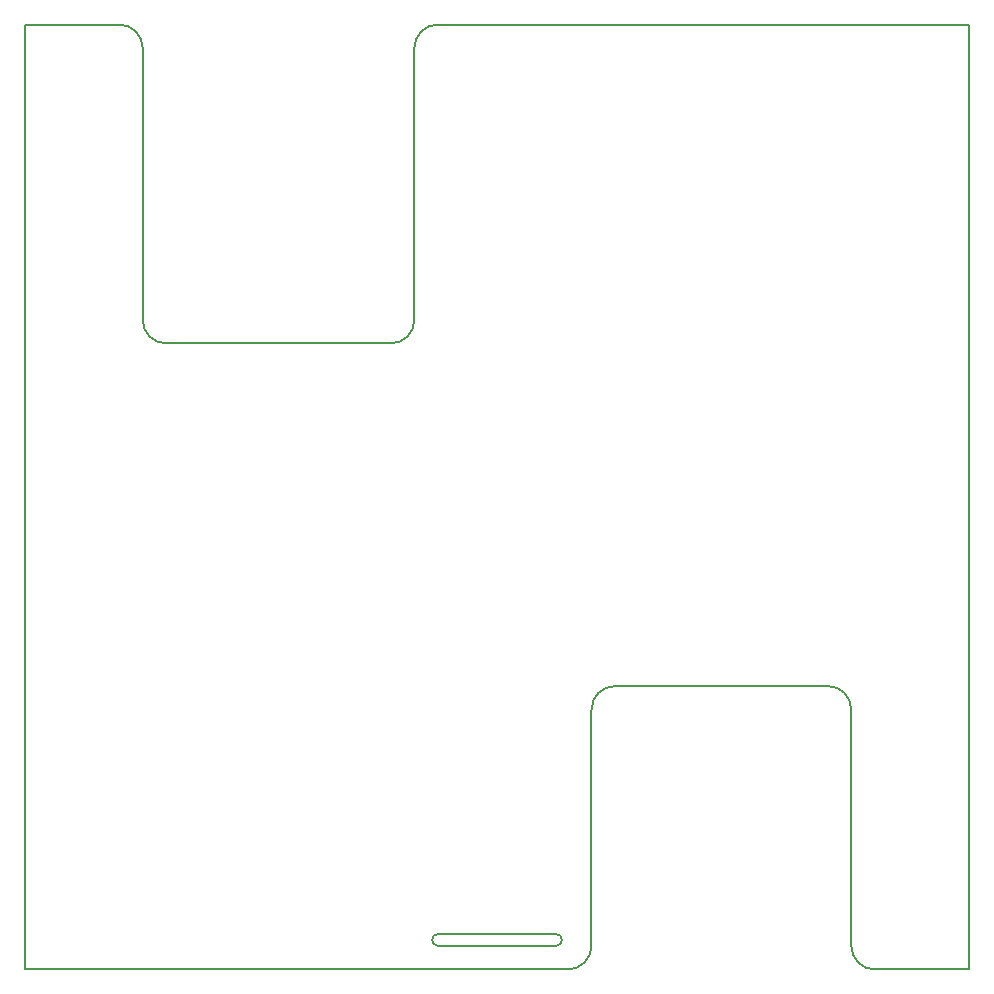
<source format=gbr>
G04 #@! TF.FileFunction,Profile,NP*
%FSLAX46Y46*%
G04 Gerber Fmt 4.6, Leading zero omitted, Abs format (unit mm)*
G04 Created by KiCad (PCBNEW 4.0.7-e2-6376~58~ubuntu16.04.1) date Wed Mar 21 23:17:45 2018*
%MOMM*%
%LPD*%
G01*
G04 APERTURE LIST*
%ADD10C,0.100000*%
%ADD11C,0.150000*%
G04 APERTURE END LIST*
D10*
D11*
X160000000Y-116000000D02*
X178000000Y-116000000D01*
X180000000Y-118000000D02*
G75*
G03X178000000Y-116000000I-2000000J0D01*
G01*
X160000000Y-116000000D02*
G75*
G03X158000000Y-118000000I0J-2000000D01*
G01*
X156000000Y-140000000D02*
X110000000Y-140000000D01*
X190000000Y-140000000D02*
X182000000Y-140000000D01*
X180000000Y-138000000D02*
G75*
G03X182000000Y-140000000I2000000J0D01*
G01*
X156000000Y-140000000D02*
G75*
G03X158000000Y-138000000I0J2000000D01*
G01*
X180000000Y-118000000D02*
X180000000Y-138000000D01*
X158000000Y-118000000D02*
X158000000Y-138000000D01*
X145000000Y-60000000D02*
X190000000Y-60000000D01*
X110000000Y-60000000D02*
X118000000Y-60000000D01*
X145000000Y-60000000D02*
G75*
G03X143000000Y-62000000I0J-2000000D01*
G01*
X141000000Y-87000000D02*
G75*
G03X143000000Y-85000000I0J2000000D01*
G01*
X120000000Y-85000000D02*
G75*
G03X122000000Y-87000000I2000000J0D01*
G01*
X120000000Y-62000000D02*
G75*
G03X118000000Y-60000000I-2000000J0D01*
G01*
X122000000Y-87000000D02*
X129000000Y-87000000D01*
X120000000Y-62000000D02*
X120000000Y-85000000D01*
X141000000Y-87000000D02*
X129000000Y-87000000D01*
X143000000Y-62000000D02*
X143000000Y-85000000D01*
X145000000Y-137000000D02*
G75*
G03X145000000Y-138000000I0J-500000D01*
G01*
X155000000Y-138000000D02*
G75*
G03X155000000Y-137000000I0J500000D01*
G01*
X145000000Y-137000000D02*
X155000000Y-137000000D01*
X145000000Y-138000000D02*
X155000000Y-138000000D01*
X190000000Y-60000000D02*
X190000000Y-140000000D01*
X110000000Y-60000000D02*
X110000000Y-140000000D01*
M02*

</source>
